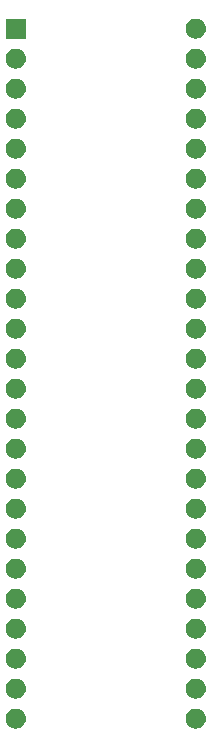
<source format=gbr>
G04 #@! TF.GenerationSoftware,KiCad,Pcbnew,(5.0.1-3-g963ef8bb5)*
G04 #@! TF.CreationDate,2022-07-03T20:38:46+09:00*
G04 #@! TF.ProjectId,LQFP48-Breakout,4C51465034382D427265616B6F75742E,rev?*
G04 #@! TF.SameCoordinates,Original*
G04 #@! TF.FileFunction,Soldermask,Bot*
G04 #@! TF.FilePolarity,Negative*
%FSLAX46Y46*%
G04 Gerber Fmt 4.6, Leading zero omitted, Abs format (unit mm)*
G04 Created by KiCad (PCBNEW (5.0.1-3-g963ef8bb5)) date Sunday, 03 July 2022 at 20:38:46*
%MOMM*%
%LPD*%
G01*
G04 APERTURE LIST*
%ADD10C,0.100000*%
G04 APERTURE END LIST*
D10*
G36*
X116879821Y-121081313D02*
X116879824Y-121081314D01*
X116879825Y-121081314D01*
X117040239Y-121129975D01*
X117040241Y-121129976D01*
X117040244Y-121129977D01*
X117188078Y-121208995D01*
X117317659Y-121315341D01*
X117424005Y-121444922D01*
X117503023Y-121592756D01*
X117551687Y-121753179D01*
X117568117Y-121920000D01*
X117551687Y-122086821D01*
X117503023Y-122247244D01*
X117424005Y-122395078D01*
X117317659Y-122524659D01*
X117188078Y-122631005D01*
X117040244Y-122710023D01*
X117040241Y-122710024D01*
X117040239Y-122710025D01*
X116879825Y-122758686D01*
X116879824Y-122758686D01*
X116879821Y-122758687D01*
X116754804Y-122771000D01*
X116671196Y-122771000D01*
X116546179Y-122758687D01*
X116546176Y-122758686D01*
X116546175Y-122758686D01*
X116385761Y-122710025D01*
X116385759Y-122710024D01*
X116385756Y-122710023D01*
X116237922Y-122631005D01*
X116108341Y-122524659D01*
X116001995Y-122395078D01*
X115922977Y-122247244D01*
X115874313Y-122086821D01*
X115857883Y-121920000D01*
X115874313Y-121753179D01*
X115922977Y-121592756D01*
X116001995Y-121444922D01*
X116108341Y-121315341D01*
X116237922Y-121208995D01*
X116385756Y-121129977D01*
X116385759Y-121129976D01*
X116385761Y-121129975D01*
X116546175Y-121081314D01*
X116546176Y-121081314D01*
X116546179Y-121081313D01*
X116671196Y-121069000D01*
X116754804Y-121069000D01*
X116879821Y-121081313D01*
X116879821Y-121081313D01*
G37*
G36*
X101639821Y-121081313D02*
X101639824Y-121081314D01*
X101639825Y-121081314D01*
X101800239Y-121129975D01*
X101800241Y-121129976D01*
X101800244Y-121129977D01*
X101948078Y-121208995D01*
X102077659Y-121315341D01*
X102184005Y-121444922D01*
X102263023Y-121592756D01*
X102311687Y-121753179D01*
X102328117Y-121920000D01*
X102311687Y-122086821D01*
X102263023Y-122247244D01*
X102184005Y-122395078D01*
X102077659Y-122524659D01*
X101948078Y-122631005D01*
X101800244Y-122710023D01*
X101800241Y-122710024D01*
X101800239Y-122710025D01*
X101639825Y-122758686D01*
X101639824Y-122758686D01*
X101639821Y-122758687D01*
X101514804Y-122771000D01*
X101431196Y-122771000D01*
X101306179Y-122758687D01*
X101306176Y-122758686D01*
X101306175Y-122758686D01*
X101145761Y-122710025D01*
X101145759Y-122710024D01*
X101145756Y-122710023D01*
X100997922Y-122631005D01*
X100868341Y-122524659D01*
X100761995Y-122395078D01*
X100682977Y-122247244D01*
X100634313Y-122086821D01*
X100617883Y-121920000D01*
X100634313Y-121753179D01*
X100682977Y-121592756D01*
X100761995Y-121444922D01*
X100868341Y-121315341D01*
X100997922Y-121208995D01*
X101145756Y-121129977D01*
X101145759Y-121129976D01*
X101145761Y-121129975D01*
X101306175Y-121081314D01*
X101306176Y-121081314D01*
X101306179Y-121081313D01*
X101431196Y-121069000D01*
X101514804Y-121069000D01*
X101639821Y-121081313D01*
X101639821Y-121081313D01*
G37*
G36*
X101639821Y-118541313D02*
X101639824Y-118541314D01*
X101639825Y-118541314D01*
X101800239Y-118589975D01*
X101800241Y-118589976D01*
X101800244Y-118589977D01*
X101948078Y-118668995D01*
X102077659Y-118775341D01*
X102184005Y-118904922D01*
X102263023Y-119052756D01*
X102311687Y-119213179D01*
X102328117Y-119380000D01*
X102311687Y-119546821D01*
X102263023Y-119707244D01*
X102184005Y-119855078D01*
X102077659Y-119984659D01*
X101948078Y-120091005D01*
X101800244Y-120170023D01*
X101800241Y-120170024D01*
X101800239Y-120170025D01*
X101639825Y-120218686D01*
X101639824Y-120218686D01*
X101639821Y-120218687D01*
X101514804Y-120231000D01*
X101431196Y-120231000D01*
X101306179Y-120218687D01*
X101306176Y-120218686D01*
X101306175Y-120218686D01*
X101145761Y-120170025D01*
X101145759Y-120170024D01*
X101145756Y-120170023D01*
X100997922Y-120091005D01*
X100868341Y-119984659D01*
X100761995Y-119855078D01*
X100682977Y-119707244D01*
X100634313Y-119546821D01*
X100617883Y-119380000D01*
X100634313Y-119213179D01*
X100682977Y-119052756D01*
X100761995Y-118904922D01*
X100868341Y-118775341D01*
X100997922Y-118668995D01*
X101145756Y-118589977D01*
X101145759Y-118589976D01*
X101145761Y-118589975D01*
X101306175Y-118541314D01*
X101306176Y-118541314D01*
X101306179Y-118541313D01*
X101431196Y-118529000D01*
X101514804Y-118529000D01*
X101639821Y-118541313D01*
X101639821Y-118541313D01*
G37*
G36*
X116879821Y-118541313D02*
X116879824Y-118541314D01*
X116879825Y-118541314D01*
X117040239Y-118589975D01*
X117040241Y-118589976D01*
X117040244Y-118589977D01*
X117188078Y-118668995D01*
X117317659Y-118775341D01*
X117424005Y-118904922D01*
X117503023Y-119052756D01*
X117551687Y-119213179D01*
X117568117Y-119380000D01*
X117551687Y-119546821D01*
X117503023Y-119707244D01*
X117424005Y-119855078D01*
X117317659Y-119984659D01*
X117188078Y-120091005D01*
X117040244Y-120170023D01*
X117040241Y-120170024D01*
X117040239Y-120170025D01*
X116879825Y-120218686D01*
X116879824Y-120218686D01*
X116879821Y-120218687D01*
X116754804Y-120231000D01*
X116671196Y-120231000D01*
X116546179Y-120218687D01*
X116546176Y-120218686D01*
X116546175Y-120218686D01*
X116385761Y-120170025D01*
X116385759Y-120170024D01*
X116385756Y-120170023D01*
X116237922Y-120091005D01*
X116108341Y-119984659D01*
X116001995Y-119855078D01*
X115922977Y-119707244D01*
X115874313Y-119546821D01*
X115857883Y-119380000D01*
X115874313Y-119213179D01*
X115922977Y-119052756D01*
X116001995Y-118904922D01*
X116108341Y-118775341D01*
X116237922Y-118668995D01*
X116385756Y-118589977D01*
X116385759Y-118589976D01*
X116385761Y-118589975D01*
X116546175Y-118541314D01*
X116546176Y-118541314D01*
X116546179Y-118541313D01*
X116671196Y-118529000D01*
X116754804Y-118529000D01*
X116879821Y-118541313D01*
X116879821Y-118541313D01*
G37*
G36*
X116879821Y-116001313D02*
X116879824Y-116001314D01*
X116879825Y-116001314D01*
X117040239Y-116049975D01*
X117040241Y-116049976D01*
X117040244Y-116049977D01*
X117188078Y-116128995D01*
X117317659Y-116235341D01*
X117424005Y-116364922D01*
X117503023Y-116512756D01*
X117551687Y-116673179D01*
X117568117Y-116840000D01*
X117551687Y-117006821D01*
X117503023Y-117167244D01*
X117424005Y-117315078D01*
X117317659Y-117444659D01*
X117188078Y-117551005D01*
X117040244Y-117630023D01*
X117040241Y-117630024D01*
X117040239Y-117630025D01*
X116879825Y-117678686D01*
X116879824Y-117678686D01*
X116879821Y-117678687D01*
X116754804Y-117691000D01*
X116671196Y-117691000D01*
X116546179Y-117678687D01*
X116546176Y-117678686D01*
X116546175Y-117678686D01*
X116385761Y-117630025D01*
X116385759Y-117630024D01*
X116385756Y-117630023D01*
X116237922Y-117551005D01*
X116108341Y-117444659D01*
X116001995Y-117315078D01*
X115922977Y-117167244D01*
X115874313Y-117006821D01*
X115857883Y-116840000D01*
X115874313Y-116673179D01*
X115922977Y-116512756D01*
X116001995Y-116364922D01*
X116108341Y-116235341D01*
X116237922Y-116128995D01*
X116385756Y-116049977D01*
X116385759Y-116049976D01*
X116385761Y-116049975D01*
X116546175Y-116001314D01*
X116546176Y-116001314D01*
X116546179Y-116001313D01*
X116671196Y-115989000D01*
X116754804Y-115989000D01*
X116879821Y-116001313D01*
X116879821Y-116001313D01*
G37*
G36*
X101639821Y-116001313D02*
X101639824Y-116001314D01*
X101639825Y-116001314D01*
X101800239Y-116049975D01*
X101800241Y-116049976D01*
X101800244Y-116049977D01*
X101948078Y-116128995D01*
X102077659Y-116235341D01*
X102184005Y-116364922D01*
X102263023Y-116512756D01*
X102311687Y-116673179D01*
X102328117Y-116840000D01*
X102311687Y-117006821D01*
X102263023Y-117167244D01*
X102184005Y-117315078D01*
X102077659Y-117444659D01*
X101948078Y-117551005D01*
X101800244Y-117630023D01*
X101800241Y-117630024D01*
X101800239Y-117630025D01*
X101639825Y-117678686D01*
X101639824Y-117678686D01*
X101639821Y-117678687D01*
X101514804Y-117691000D01*
X101431196Y-117691000D01*
X101306179Y-117678687D01*
X101306176Y-117678686D01*
X101306175Y-117678686D01*
X101145761Y-117630025D01*
X101145759Y-117630024D01*
X101145756Y-117630023D01*
X100997922Y-117551005D01*
X100868341Y-117444659D01*
X100761995Y-117315078D01*
X100682977Y-117167244D01*
X100634313Y-117006821D01*
X100617883Y-116840000D01*
X100634313Y-116673179D01*
X100682977Y-116512756D01*
X100761995Y-116364922D01*
X100868341Y-116235341D01*
X100997922Y-116128995D01*
X101145756Y-116049977D01*
X101145759Y-116049976D01*
X101145761Y-116049975D01*
X101306175Y-116001314D01*
X101306176Y-116001314D01*
X101306179Y-116001313D01*
X101431196Y-115989000D01*
X101514804Y-115989000D01*
X101639821Y-116001313D01*
X101639821Y-116001313D01*
G37*
G36*
X101639821Y-113461313D02*
X101639824Y-113461314D01*
X101639825Y-113461314D01*
X101800239Y-113509975D01*
X101800241Y-113509976D01*
X101800244Y-113509977D01*
X101948078Y-113588995D01*
X102077659Y-113695341D01*
X102184005Y-113824922D01*
X102263023Y-113972756D01*
X102311687Y-114133179D01*
X102328117Y-114300000D01*
X102311687Y-114466821D01*
X102263023Y-114627244D01*
X102184005Y-114775078D01*
X102077659Y-114904659D01*
X101948078Y-115011005D01*
X101800244Y-115090023D01*
X101800241Y-115090024D01*
X101800239Y-115090025D01*
X101639825Y-115138686D01*
X101639824Y-115138686D01*
X101639821Y-115138687D01*
X101514804Y-115151000D01*
X101431196Y-115151000D01*
X101306179Y-115138687D01*
X101306176Y-115138686D01*
X101306175Y-115138686D01*
X101145761Y-115090025D01*
X101145759Y-115090024D01*
X101145756Y-115090023D01*
X100997922Y-115011005D01*
X100868341Y-114904659D01*
X100761995Y-114775078D01*
X100682977Y-114627244D01*
X100634313Y-114466821D01*
X100617883Y-114300000D01*
X100634313Y-114133179D01*
X100682977Y-113972756D01*
X100761995Y-113824922D01*
X100868341Y-113695341D01*
X100997922Y-113588995D01*
X101145756Y-113509977D01*
X101145759Y-113509976D01*
X101145761Y-113509975D01*
X101306175Y-113461314D01*
X101306176Y-113461314D01*
X101306179Y-113461313D01*
X101431196Y-113449000D01*
X101514804Y-113449000D01*
X101639821Y-113461313D01*
X101639821Y-113461313D01*
G37*
G36*
X116879821Y-113461313D02*
X116879824Y-113461314D01*
X116879825Y-113461314D01*
X117040239Y-113509975D01*
X117040241Y-113509976D01*
X117040244Y-113509977D01*
X117188078Y-113588995D01*
X117317659Y-113695341D01*
X117424005Y-113824922D01*
X117503023Y-113972756D01*
X117551687Y-114133179D01*
X117568117Y-114300000D01*
X117551687Y-114466821D01*
X117503023Y-114627244D01*
X117424005Y-114775078D01*
X117317659Y-114904659D01*
X117188078Y-115011005D01*
X117040244Y-115090023D01*
X117040241Y-115090024D01*
X117040239Y-115090025D01*
X116879825Y-115138686D01*
X116879824Y-115138686D01*
X116879821Y-115138687D01*
X116754804Y-115151000D01*
X116671196Y-115151000D01*
X116546179Y-115138687D01*
X116546176Y-115138686D01*
X116546175Y-115138686D01*
X116385761Y-115090025D01*
X116385759Y-115090024D01*
X116385756Y-115090023D01*
X116237922Y-115011005D01*
X116108341Y-114904659D01*
X116001995Y-114775078D01*
X115922977Y-114627244D01*
X115874313Y-114466821D01*
X115857883Y-114300000D01*
X115874313Y-114133179D01*
X115922977Y-113972756D01*
X116001995Y-113824922D01*
X116108341Y-113695341D01*
X116237922Y-113588995D01*
X116385756Y-113509977D01*
X116385759Y-113509976D01*
X116385761Y-113509975D01*
X116546175Y-113461314D01*
X116546176Y-113461314D01*
X116546179Y-113461313D01*
X116671196Y-113449000D01*
X116754804Y-113449000D01*
X116879821Y-113461313D01*
X116879821Y-113461313D01*
G37*
G36*
X101639821Y-110921313D02*
X101639824Y-110921314D01*
X101639825Y-110921314D01*
X101800239Y-110969975D01*
X101800241Y-110969976D01*
X101800244Y-110969977D01*
X101948078Y-111048995D01*
X102077659Y-111155341D01*
X102184005Y-111284922D01*
X102263023Y-111432756D01*
X102311687Y-111593179D01*
X102328117Y-111760000D01*
X102311687Y-111926821D01*
X102263023Y-112087244D01*
X102184005Y-112235078D01*
X102077659Y-112364659D01*
X101948078Y-112471005D01*
X101800244Y-112550023D01*
X101800241Y-112550024D01*
X101800239Y-112550025D01*
X101639825Y-112598686D01*
X101639824Y-112598686D01*
X101639821Y-112598687D01*
X101514804Y-112611000D01*
X101431196Y-112611000D01*
X101306179Y-112598687D01*
X101306176Y-112598686D01*
X101306175Y-112598686D01*
X101145761Y-112550025D01*
X101145759Y-112550024D01*
X101145756Y-112550023D01*
X100997922Y-112471005D01*
X100868341Y-112364659D01*
X100761995Y-112235078D01*
X100682977Y-112087244D01*
X100634313Y-111926821D01*
X100617883Y-111760000D01*
X100634313Y-111593179D01*
X100682977Y-111432756D01*
X100761995Y-111284922D01*
X100868341Y-111155341D01*
X100997922Y-111048995D01*
X101145756Y-110969977D01*
X101145759Y-110969976D01*
X101145761Y-110969975D01*
X101306175Y-110921314D01*
X101306176Y-110921314D01*
X101306179Y-110921313D01*
X101431196Y-110909000D01*
X101514804Y-110909000D01*
X101639821Y-110921313D01*
X101639821Y-110921313D01*
G37*
G36*
X116879821Y-110921313D02*
X116879824Y-110921314D01*
X116879825Y-110921314D01*
X117040239Y-110969975D01*
X117040241Y-110969976D01*
X117040244Y-110969977D01*
X117188078Y-111048995D01*
X117317659Y-111155341D01*
X117424005Y-111284922D01*
X117503023Y-111432756D01*
X117551687Y-111593179D01*
X117568117Y-111760000D01*
X117551687Y-111926821D01*
X117503023Y-112087244D01*
X117424005Y-112235078D01*
X117317659Y-112364659D01*
X117188078Y-112471005D01*
X117040244Y-112550023D01*
X117040241Y-112550024D01*
X117040239Y-112550025D01*
X116879825Y-112598686D01*
X116879824Y-112598686D01*
X116879821Y-112598687D01*
X116754804Y-112611000D01*
X116671196Y-112611000D01*
X116546179Y-112598687D01*
X116546176Y-112598686D01*
X116546175Y-112598686D01*
X116385761Y-112550025D01*
X116385759Y-112550024D01*
X116385756Y-112550023D01*
X116237922Y-112471005D01*
X116108341Y-112364659D01*
X116001995Y-112235078D01*
X115922977Y-112087244D01*
X115874313Y-111926821D01*
X115857883Y-111760000D01*
X115874313Y-111593179D01*
X115922977Y-111432756D01*
X116001995Y-111284922D01*
X116108341Y-111155341D01*
X116237922Y-111048995D01*
X116385756Y-110969977D01*
X116385759Y-110969976D01*
X116385761Y-110969975D01*
X116546175Y-110921314D01*
X116546176Y-110921314D01*
X116546179Y-110921313D01*
X116671196Y-110909000D01*
X116754804Y-110909000D01*
X116879821Y-110921313D01*
X116879821Y-110921313D01*
G37*
G36*
X116879821Y-108381313D02*
X116879824Y-108381314D01*
X116879825Y-108381314D01*
X117040239Y-108429975D01*
X117040241Y-108429976D01*
X117040244Y-108429977D01*
X117188078Y-108508995D01*
X117317659Y-108615341D01*
X117424005Y-108744922D01*
X117503023Y-108892756D01*
X117551687Y-109053179D01*
X117568117Y-109220000D01*
X117551687Y-109386821D01*
X117503023Y-109547244D01*
X117424005Y-109695078D01*
X117317659Y-109824659D01*
X117188078Y-109931005D01*
X117040244Y-110010023D01*
X117040241Y-110010024D01*
X117040239Y-110010025D01*
X116879825Y-110058686D01*
X116879824Y-110058686D01*
X116879821Y-110058687D01*
X116754804Y-110071000D01*
X116671196Y-110071000D01*
X116546179Y-110058687D01*
X116546176Y-110058686D01*
X116546175Y-110058686D01*
X116385761Y-110010025D01*
X116385759Y-110010024D01*
X116385756Y-110010023D01*
X116237922Y-109931005D01*
X116108341Y-109824659D01*
X116001995Y-109695078D01*
X115922977Y-109547244D01*
X115874313Y-109386821D01*
X115857883Y-109220000D01*
X115874313Y-109053179D01*
X115922977Y-108892756D01*
X116001995Y-108744922D01*
X116108341Y-108615341D01*
X116237922Y-108508995D01*
X116385756Y-108429977D01*
X116385759Y-108429976D01*
X116385761Y-108429975D01*
X116546175Y-108381314D01*
X116546176Y-108381314D01*
X116546179Y-108381313D01*
X116671196Y-108369000D01*
X116754804Y-108369000D01*
X116879821Y-108381313D01*
X116879821Y-108381313D01*
G37*
G36*
X101639821Y-108381313D02*
X101639824Y-108381314D01*
X101639825Y-108381314D01*
X101800239Y-108429975D01*
X101800241Y-108429976D01*
X101800244Y-108429977D01*
X101948078Y-108508995D01*
X102077659Y-108615341D01*
X102184005Y-108744922D01*
X102263023Y-108892756D01*
X102311687Y-109053179D01*
X102328117Y-109220000D01*
X102311687Y-109386821D01*
X102263023Y-109547244D01*
X102184005Y-109695078D01*
X102077659Y-109824659D01*
X101948078Y-109931005D01*
X101800244Y-110010023D01*
X101800241Y-110010024D01*
X101800239Y-110010025D01*
X101639825Y-110058686D01*
X101639824Y-110058686D01*
X101639821Y-110058687D01*
X101514804Y-110071000D01*
X101431196Y-110071000D01*
X101306179Y-110058687D01*
X101306176Y-110058686D01*
X101306175Y-110058686D01*
X101145761Y-110010025D01*
X101145759Y-110010024D01*
X101145756Y-110010023D01*
X100997922Y-109931005D01*
X100868341Y-109824659D01*
X100761995Y-109695078D01*
X100682977Y-109547244D01*
X100634313Y-109386821D01*
X100617883Y-109220000D01*
X100634313Y-109053179D01*
X100682977Y-108892756D01*
X100761995Y-108744922D01*
X100868341Y-108615341D01*
X100997922Y-108508995D01*
X101145756Y-108429977D01*
X101145759Y-108429976D01*
X101145761Y-108429975D01*
X101306175Y-108381314D01*
X101306176Y-108381314D01*
X101306179Y-108381313D01*
X101431196Y-108369000D01*
X101514804Y-108369000D01*
X101639821Y-108381313D01*
X101639821Y-108381313D01*
G37*
G36*
X116879821Y-105841313D02*
X116879824Y-105841314D01*
X116879825Y-105841314D01*
X117040239Y-105889975D01*
X117040241Y-105889976D01*
X117040244Y-105889977D01*
X117188078Y-105968995D01*
X117317659Y-106075341D01*
X117424005Y-106204922D01*
X117503023Y-106352756D01*
X117551687Y-106513179D01*
X117568117Y-106680000D01*
X117551687Y-106846821D01*
X117503023Y-107007244D01*
X117424005Y-107155078D01*
X117317659Y-107284659D01*
X117188078Y-107391005D01*
X117040244Y-107470023D01*
X117040241Y-107470024D01*
X117040239Y-107470025D01*
X116879825Y-107518686D01*
X116879824Y-107518686D01*
X116879821Y-107518687D01*
X116754804Y-107531000D01*
X116671196Y-107531000D01*
X116546179Y-107518687D01*
X116546176Y-107518686D01*
X116546175Y-107518686D01*
X116385761Y-107470025D01*
X116385759Y-107470024D01*
X116385756Y-107470023D01*
X116237922Y-107391005D01*
X116108341Y-107284659D01*
X116001995Y-107155078D01*
X115922977Y-107007244D01*
X115874313Y-106846821D01*
X115857883Y-106680000D01*
X115874313Y-106513179D01*
X115922977Y-106352756D01*
X116001995Y-106204922D01*
X116108341Y-106075341D01*
X116237922Y-105968995D01*
X116385756Y-105889977D01*
X116385759Y-105889976D01*
X116385761Y-105889975D01*
X116546175Y-105841314D01*
X116546176Y-105841314D01*
X116546179Y-105841313D01*
X116671196Y-105829000D01*
X116754804Y-105829000D01*
X116879821Y-105841313D01*
X116879821Y-105841313D01*
G37*
G36*
X101639821Y-105841313D02*
X101639824Y-105841314D01*
X101639825Y-105841314D01*
X101800239Y-105889975D01*
X101800241Y-105889976D01*
X101800244Y-105889977D01*
X101948078Y-105968995D01*
X102077659Y-106075341D01*
X102184005Y-106204922D01*
X102263023Y-106352756D01*
X102311687Y-106513179D01*
X102328117Y-106680000D01*
X102311687Y-106846821D01*
X102263023Y-107007244D01*
X102184005Y-107155078D01*
X102077659Y-107284659D01*
X101948078Y-107391005D01*
X101800244Y-107470023D01*
X101800241Y-107470024D01*
X101800239Y-107470025D01*
X101639825Y-107518686D01*
X101639824Y-107518686D01*
X101639821Y-107518687D01*
X101514804Y-107531000D01*
X101431196Y-107531000D01*
X101306179Y-107518687D01*
X101306176Y-107518686D01*
X101306175Y-107518686D01*
X101145761Y-107470025D01*
X101145759Y-107470024D01*
X101145756Y-107470023D01*
X100997922Y-107391005D01*
X100868341Y-107284659D01*
X100761995Y-107155078D01*
X100682977Y-107007244D01*
X100634313Y-106846821D01*
X100617883Y-106680000D01*
X100634313Y-106513179D01*
X100682977Y-106352756D01*
X100761995Y-106204922D01*
X100868341Y-106075341D01*
X100997922Y-105968995D01*
X101145756Y-105889977D01*
X101145759Y-105889976D01*
X101145761Y-105889975D01*
X101306175Y-105841314D01*
X101306176Y-105841314D01*
X101306179Y-105841313D01*
X101431196Y-105829000D01*
X101514804Y-105829000D01*
X101639821Y-105841313D01*
X101639821Y-105841313D01*
G37*
G36*
X101639821Y-103301313D02*
X101639824Y-103301314D01*
X101639825Y-103301314D01*
X101800239Y-103349975D01*
X101800241Y-103349976D01*
X101800244Y-103349977D01*
X101948078Y-103428995D01*
X102077659Y-103535341D01*
X102184005Y-103664922D01*
X102263023Y-103812756D01*
X102311687Y-103973179D01*
X102328117Y-104140000D01*
X102311687Y-104306821D01*
X102263023Y-104467244D01*
X102184005Y-104615078D01*
X102077659Y-104744659D01*
X101948078Y-104851005D01*
X101800244Y-104930023D01*
X101800241Y-104930024D01*
X101800239Y-104930025D01*
X101639825Y-104978686D01*
X101639824Y-104978686D01*
X101639821Y-104978687D01*
X101514804Y-104991000D01*
X101431196Y-104991000D01*
X101306179Y-104978687D01*
X101306176Y-104978686D01*
X101306175Y-104978686D01*
X101145761Y-104930025D01*
X101145759Y-104930024D01*
X101145756Y-104930023D01*
X100997922Y-104851005D01*
X100868341Y-104744659D01*
X100761995Y-104615078D01*
X100682977Y-104467244D01*
X100634313Y-104306821D01*
X100617883Y-104140000D01*
X100634313Y-103973179D01*
X100682977Y-103812756D01*
X100761995Y-103664922D01*
X100868341Y-103535341D01*
X100997922Y-103428995D01*
X101145756Y-103349977D01*
X101145759Y-103349976D01*
X101145761Y-103349975D01*
X101306175Y-103301314D01*
X101306176Y-103301314D01*
X101306179Y-103301313D01*
X101431196Y-103289000D01*
X101514804Y-103289000D01*
X101639821Y-103301313D01*
X101639821Y-103301313D01*
G37*
G36*
X116879821Y-103301313D02*
X116879824Y-103301314D01*
X116879825Y-103301314D01*
X117040239Y-103349975D01*
X117040241Y-103349976D01*
X117040244Y-103349977D01*
X117188078Y-103428995D01*
X117317659Y-103535341D01*
X117424005Y-103664922D01*
X117503023Y-103812756D01*
X117551687Y-103973179D01*
X117568117Y-104140000D01*
X117551687Y-104306821D01*
X117503023Y-104467244D01*
X117424005Y-104615078D01*
X117317659Y-104744659D01*
X117188078Y-104851005D01*
X117040244Y-104930023D01*
X117040241Y-104930024D01*
X117040239Y-104930025D01*
X116879825Y-104978686D01*
X116879824Y-104978686D01*
X116879821Y-104978687D01*
X116754804Y-104991000D01*
X116671196Y-104991000D01*
X116546179Y-104978687D01*
X116546176Y-104978686D01*
X116546175Y-104978686D01*
X116385761Y-104930025D01*
X116385759Y-104930024D01*
X116385756Y-104930023D01*
X116237922Y-104851005D01*
X116108341Y-104744659D01*
X116001995Y-104615078D01*
X115922977Y-104467244D01*
X115874313Y-104306821D01*
X115857883Y-104140000D01*
X115874313Y-103973179D01*
X115922977Y-103812756D01*
X116001995Y-103664922D01*
X116108341Y-103535341D01*
X116237922Y-103428995D01*
X116385756Y-103349977D01*
X116385759Y-103349976D01*
X116385761Y-103349975D01*
X116546175Y-103301314D01*
X116546176Y-103301314D01*
X116546179Y-103301313D01*
X116671196Y-103289000D01*
X116754804Y-103289000D01*
X116879821Y-103301313D01*
X116879821Y-103301313D01*
G37*
G36*
X101639821Y-100761313D02*
X101639824Y-100761314D01*
X101639825Y-100761314D01*
X101800239Y-100809975D01*
X101800241Y-100809976D01*
X101800244Y-100809977D01*
X101948078Y-100888995D01*
X102077659Y-100995341D01*
X102184005Y-101124922D01*
X102263023Y-101272756D01*
X102311687Y-101433179D01*
X102328117Y-101600000D01*
X102311687Y-101766821D01*
X102263023Y-101927244D01*
X102184005Y-102075078D01*
X102077659Y-102204659D01*
X101948078Y-102311005D01*
X101800244Y-102390023D01*
X101800241Y-102390024D01*
X101800239Y-102390025D01*
X101639825Y-102438686D01*
X101639824Y-102438686D01*
X101639821Y-102438687D01*
X101514804Y-102451000D01*
X101431196Y-102451000D01*
X101306179Y-102438687D01*
X101306176Y-102438686D01*
X101306175Y-102438686D01*
X101145761Y-102390025D01*
X101145759Y-102390024D01*
X101145756Y-102390023D01*
X100997922Y-102311005D01*
X100868341Y-102204659D01*
X100761995Y-102075078D01*
X100682977Y-101927244D01*
X100634313Y-101766821D01*
X100617883Y-101600000D01*
X100634313Y-101433179D01*
X100682977Y-101272756D01*
X100761995Y-101124922D01*
X100868341Y-100995341D01*
X100997922Y-100888995D01*
X101145756Y-100809977D01*
X101145759Y-100809976D01*
X101145761Y-100809975D01*
X101306175Y-100761314D01*
X101306176Y-100761314D01*
X101306179Y-100761313D01*
X101431196Y-100749000D01*
X101514804Y-100749000D01*
X101639821Y-100761313D01*
X101639821Y-100761313D01*
G37*
G36*
X116879821Y-100761313D02*
X116879824Y-100761314D01*
X116879825Y-100761314D01*
X117040239Y-100809975D01*
X117040241Y-100809976D01*
X117040244Y-100809977D01*
X117188078Y-100888995D01*
X117317659Y-100995341D01*
X117424005Y-101124922D01*
X117503023Y-101272756D01*
X117551687Y-101433179D01*
X117568117Y-101600000D01*
X117551687Y-101766821D01*
X117503023Y-101927244D01*
X117424005Y-102075078D01*
X117317659Y-102204659D01*
X117188078Y-102311005D01*
X117040244Y-102390023D01*
X117040241Y-102390024D01*
X117040239Y-102390025D01*
X116879825Y-102438686D01*
X116879824Y-102438686D01*
X116879821Y-102438687D01*
X116754804Y-102451000D01*
X116671196Y-102451000D01*
X116546179Y-102438687D01*
X116546176Y-102438686D01*
X116546175Y-102438686D01*
X116385761Y-102390025D01*
X116385759Y-102390024D01*
X116385756Y-102390023D01*
X116237922Y-102311005D01*
X116108341Y-102204659D01*
X116001995Y-102075078D01*
X115922977Y-101927244D01*
X115874313Y-101766821D01*
X115857883Y-101600000D01*
X115874313Y-101433179D01*
X115922977Y-101272756D01*
X116001995Y-101124922D01*
X116108341Y-100995341D01*
X116237922Y-100888995D01*
X116385756Y-100809977D01*
X116385759Y-100809976D01*
X116385761Y-100809975D01*
X116546175Y-100761314D01*
X116546176Y-100761314D01*
X116546179Y-100761313D01*
X116671196Y-100749000D01*
X116754804Y-100749000D01*
X116879821Y-100761313D01*
X116879821Y-100761313D01*
G37*
G36*
X116879821Y-98221313D02*
X116879824Y-98221314D01*
X116879825Y-98221314D01*
X117040239Y-98269975D01*
X117040241Y-98269976D01*
X117040244Y-98269977D01*
X117188078Y-98348995D01*
X117317659Y-98455341D01*
X117424005Y-98584922D01*
X117503023Y-98732756D01*
X117551687Y-98893179D01*
X117568117Y-99060000D01*
X117551687Y-99226821D01*
X117503023Y-99387244D01*
X117424005Y-99535078D01*
X117317659Y-99664659D01*
X117188078Y-99771005D01*
X117040244Y-99850023D01*
X117040241Y-99850024D01*
X117040239Y-99850025D01*
X116879825Y-99898686D01*
X116879824Y-99898686D01*
X116879821Y-99898687D01*
X116754804Y-99911000D01*
X116671196Y-99911000D01*
X116546179Y-99898687D01*
X116546176Y-99898686D01*
X116546175Y-99898686D01*
X116385761Y-99850025D01*
X116385759Y-99850024D01*
X116385756Y-99850023D01*
X116237922Y-99771005D01*
X116108341Y-99664659D01*
X116001995Y-99535078D01*
X115922977Y-99387244D01*
X115874313Y-99226821D01*
X115857883Y-99060000D01*
X115874313Y-98893179D01*
X115922977Y-98732756D01*
X116001995Y-98584922D01*
X116108341Y-98455341D01*
X116237922Y-98348995D01*
X116385756Y-98269977D01*
X116385759Y-98269976D01*
X116385761Y-98269975D01*
X116546175Y-98221314D01*
X116546176Y-98221314D01*
X116546179Y-98221313D01*
X116671196Y-98209000D01*
X116754804Y-98209000D01*
X116879821Y-98221313D01*
X116879821Y-98221313D01*
G37*
G36*
X101639821Y-98221313D02*
X101639824Y-98221314D01*
X101639825Y-98221314D01*
X101800239Y-98269975D01*
X101800241Y-98269976D01*
X101800244Y-98269977D01*
X101948078Y-98348995D01*
X102077659Y-98455341D01*
X102184005Y-98584922D01*
X102263023Y-98732756D01*
X102311687Y-98893179D01*
X102328117Y-99060000D01*
X102311687Y-99226821D01*
X102263023Y-99387244D01*
X102184005Y-99535078D01*
X102077659Y-99664659D01*
X101948078Y-99771005D01*
X101800244Y-99850023D01*
X101800241Y-99850024D01*
X101800239Y-99850025D01*
X101639825Y-99898686D01*
X101639824Y-99898686D01*
X101639821Y-99898687D01*
X101514804Y-99911000D01*
X101431196Y-99911000D01*
X101306179Y-99898687D01*
X101306176Y-99898686D01*
X101306175Y-99898686D01*
X101145761Y-99850025D01*
X101145759Y-99850024D01*
X101145756Y-99850023D01*
X100997922Y-99771005D01*
X100868341Y-99664659D01*
X100761995Y-99535078D01*
X100682977Y-99387244D01*
X100634313Y-99226821D01*
X100617883Y-99060000D01*
X100634313Y-98893179D01*
X100682977Y-98732756D01*
X100761995Y-98584922D01*
X100868341Y-98455341D01*
X100997922Y-98348995D01*
X101145756Y-98269977D01*
X101145759Y-98269976D01*
X101145761Y-98269975D01*
X101306175Y-98221314D01*
X101306176Y-98221314D01*
X101306179Y-98221313D01*
X101431196Y-98209000D01*
X101514804Y-98209000D01*
X101639821Y-98221313D01*
X101639821Y-98221313D01*
G37*
G36*
X116879821Y-95681313D02*
X116879824Y-95681314D01*
X116879825Y-95681314D01*
X117040239Y-95729975D01*
X117040241Y-95729976D01*
X117040244Y-95729977D01*
X117188078Y-95808995D01*
X117317659Y-95915341D01*
X117424005Y-96044922D01*
X117503023Y-96192756D01*
X117551687Y-96353179D01*
X117568117Y-96520000D01*
X117551687Y-96686821D01*
X117503023Y-96847244D01*
X117424005Y-96995078D01*
X117317659Y-97124659D01*
X117188078Y-97231005D01*
X117040244Y-97310023D01*
X117040241Y-97310024D01*
X117040239Y-97310025D01*
X116879825Y-97358686D01*
X116879824Y-97358686D01*
X116879821Y-97358687D01*
X116754804Y-97371000D01*
X116671196Y-97371000D01*
X116546179Y-97358687D01*
X116546176Y-97358686D01*
X116546175Y-97358686D01*
X116385761Y-97310025D01*
X116385759Y-97310024D01*
X116385756Y-97310023D01*
X116237922Y-97231005D01*
X116108341Y-97124659D01*
X116001995Y-96995078D01*
X115922977Y-96847244D01*
X115874313Y-96686821D01*
X115857883Y-96520000D01*
X115874313Y-96353179D01*
X115922977Y-96192756D01*
X116001995Y-96044922D01*
X116108341Y-95915341D01*
X116237922Y-95808995D01*
X116385756Y-95729977D01*
X116385759Y-95729976D01*
X116385761Y-95729975D01*
X116546175Y-95681314D01*
X116546176Y-95681314D01*
X116546179Y-95681313D01*
X116671196Y-95669000D01*
X116754804Y-95669000D01*
X116879821Y-95681313D01*
X116879821Y-95681313D01*
G37*
G36*
X101639821Y-95681313D02*
X101639824Y-95681314D01*
X101639825Y-95681314D01*
X101800239Y-95729975D01*
X101800241Y-95729976D01*
X101800244Y-95729977D01*
X101948078Y-95808995D01*
X102077659Y-95915341D01*
X102184005Y-96044922D01*
X102263023Y-96192756D01*
X102311687Y-96353179D01*
X102328117Y-96520000D01*
X102311687Y-96686821D01*
X102263023Y-96847244D01*
X102184005Y-96995078D01*
X102077659Y-97124659D01*
X101948078Y-97231005D01*
X101800244Y-97310023D01*
X101800241Y-97310024D01*
X101800239Y-97310025D01*
X101639825Y-97358686D01*
X101639824Y-97358686D01*
X101639821Y-97358687D01*
X101514804Y-97371000D01*
X101431196Y-97371000D01*
X101306179Y-97358687D01*
X101306176Y-97358686D01*
X101306175Y-97358686D01*
X101145761Y-97310025D01*
X101145759Y-97310024D01*
X101145756Y-97310023D01*
X100997922Y-97231005D01*
X100868341Y-97124659D01*
X100761995Y-96995078D01*
X100682977Y-96847244D01*
X100634313Y-96686821D01*
X100617883Y-96520000D01*
X100634313Y-96353179D01*
X100682977Y-96192756D01*
X100761995Y-96044922D01*
X100868341Y-95915341D01*
X100997922Y-95808995D01*
X101145756Y-95729977D01*
X101145759Y-95729976D01*
X101145761Y-95729975D01*
X101306175Y-95681314D01*
X101306176Y-95681314D01*
X101306179Y-95681313D01*
X101431196Y-95669000D01*
X101514804Y-95669000D01*
X101639821Y-95681313D01*
X101639821Y-95681313D01*
G37*
G36*
X101639821Y-93141313D02*
X101639824Y-93141314D01*
X101639825Y-93141314D01*
X101800239Y-93189975D01*
X101800241Y-93189976D01*
X101800244Y-93189977D01*
X101948078Y-93268995D01*
X102077659Y-93375341D01*
X102184005Y-93504922D01*
X102263023Y-93652756D01*
X102311687Y-93813179D01*
X102328117Y-93980000D01*
X102311687Y-94146821D01*
X102263023Y-94307244D01*
X102184005Y-94455078D01*
X102077659Y-94584659D01*
X101948078Y-94691005D01*
X101800244Y-94770023D01*
X101800241Y-94770024D01*
X101800239Y-94770025D01*
X101639825Y-94818686D01*
X101639824Y-94818686D01*
X101639821Y-94818687D01*
X101514804Y-94831000D01*
X101431196Y-94831000D01*
X101306179Y-94818687D01*
X101306176Y-94818686D01*
X101306175Y-94818686D01*
X101145761Y-94770025D01*
X101145759Y-94770024D01*
X101145756Y-94770023D01*
X100997922Y-94691005D01*
X100868341Y-94584659D01*
X100761995Y-94455078D01*
X100682977Y-94307244D01*
X100634313Y-94146821D01*
X100617883Y-93980000D01*
X100634313Y-93813179D01*
X100682977Y-93652756D01*
X100761995Y-93504922D01*
X100868341Y-93375341D01*
X100997922Y-93268995D01*
X101145756Y-93189977D01*
X101145759Y-93189976D01*
X101145761Y-93189975D01*
X101306175Y-93141314D01*
X101306176Y-93141314D01*
X101306179Y-93141313D01*
X101431196Y-93129000D01*
X101514804Y-93129000D01*
X101639821Y-93141313D01*
X101639821Y-93141313D01*
G37*
G36*
X116879821Y-93141313D02*
X116879824Y-93141314D01*
X116879825Y-93141314D01*
X117040239Y-93189975D01*
X117040241Y-93189976D01*
X117040244Y-93189977D01*
X117188078Y-93268995D01*
X117317659Y-93375341D01*
X117424005Y-93504922D01*
X117503023Y-93652756D01*
X117551687Y-93813179D01*
X117568117Y-93980000D01*
X117551687Y-94146821D01*
X117503023Y-94307244D01*
X117424005Y-94455078D01*
X117317659Y-94584659D01*
X117188078Y-94691005D01*
X117040244Y-94770023D01*
X117040241Y-94770024D01*
X117040239Y-94770025D01*
X116879825Y-94818686D01*
X116879824Y-94818686D01*
X116879821Y-94818687D01*
X116754804Y-94831000D01*
X116671196Y-94831000D01*
X116546179Y-94818687D01*
X116546176Y-94818686D01*
X116546175Y-94818686D01*
X116385761Y-94770025D01*
X116385759Y-94770024D01*
X116385756Y-94770023D01*
X116237922Y-94691005D01*
X116108341Y-94584659D01*
X116001995Y-94455078D01*
X115922977Y-94307244D01*
X115874313Y-94146821D01*
X115857883Y-93980000D01*
X115874313Y-93813179D01*
X115922977Y-93652756D01*
X116001995Y-93504922D01*
X116108341Y-93375341D01*
X116237922Y-93268995D01*
X116385756Y-93189977D01*
X116385759Y-93189976D01*
X116385761Y-93189975D01*
X116546175Y-93141314D01*
X116546176Y-93141314D01*
X116546179Y-93141313D01*
X116671196Y-93129000D01*
X116754804Y-93129000D01*
X116879821Y-93141313D01*
X116879821Y-93141313D01*
G37*
G36*
X116879821Y-90601313D02*
X116879824Y-90601314D01*
X116879825Y-90601314D01*
X117040239Y-90649975D01*
X117040241Y-90649976D01*
X117040244Y-90649977D01*
X117188078Y-90728995D01*
X117317659Y-90835341D01*
X117424005Y-90964922D01*
X117503023Y-91112756D01*
X117551687Y-91273179D01*
X117568117Y-91440000D01*
X117551687Y-91606821D01*
X117503023Y-91767244D01*
X117424005Y-91915078D01*
X117317659Y-92044659D01*
X117188078Y-92151005D01*
X117040244Y-92230023D01*
X117040241Y-92230024D01*
X117040239Y-92230025D01*
X116879825Y-92278686D01*
X116879824Y-92278686D01*
X116879821Y-92278687D01*
X116754804Y-92291000D01*
X116671196Y-92291000D01*
X116546179Y-92278687D01*
X116546176Y-92278686D01*
X116546175Y-92278686D01*
X116385761Y-92230025D01*
X116385759Y-92230024D01*
X116385756Y-92230023D01*
X116237922Y-92151005D01*
X116108341Y-92044659D01*
X116001995Y-91915078D01*
X115922977Y-91767244D01*
X115874313Y-91606821D01*
X115857883Y-91440000D01*
X115874313Y-91273179D01*
X115922977Y-91112756D01*
X116001995Y-90964922D01*
X116108341Y-90835341D01*
X116237922Y-90728995D01*
X116385756Y-90649977D01*
X116385759Y-90649976D01*
X116385761Y-90649975D01*
X116546175Y-90601314D01*
X116546176Y-90601314D01*
X116546179Y-90601313D01*
X116671196Y-90589000D01*
X116754804Y-90589000D01*
X116879821Y-90601313D01*
X116879821Y-90601313D01*
G37*
G36*
X101639821Y-90601313D02*
X101639824Y-90601314D01*
X101639825Y-90601314D01*
X101800239Y-90649975D01*
X101800241Y-90649976D01*
X101800244Y-90649977D01*
X101948078Y-90728995D01*
X102077659Y-90835341D01*
X102184005Y-90964922D01*
X102263023Y-91112756D01*
X102311687Y-91273179D01*
X102328117Y-91440000D01*
X102311687Y-91606821D01*
X102263023Y-91767244D01*
X102184005Y-91915078D01*
X102077659Y-92044659D01*
X101948078Y-92151005D01*
X101800244Y-92230023D01*
X101800241Y-92230024D01*
X101800239Y-92230025D01*
X101639825Y-92278686D01*
X101639824Y-92278686D01*
X101639821Y-92278687D01*
X101514804Y-92291000D01*
X101431196Y-92291000D01*
X101306179Y-92278687D01*
X101306176Y-92278686D01*
X101306175Y-92278686D01*
X101145761Y-92230025D01*
X101145759Y-92230024D01*
X101145756Y-92230023D01*
X100997922Y-92151005D01*
X100868341Y-92044659D01*
X100761995Y-91915078D01*
X100682977Y-91767244D01*
X100634313Y-91606821D01*
X100617883Y-91440000D01*
X100634313Y-91273179D01*
X100682977Y-91112756D01*
X100761995Y-90964922D01*
X100868341Y-90835341D01*
X100997922Y-90728995D01*
X101145756Y-90649977D01*
X101145759Y-90649976D01*
X101145761Y-90649975D01*
X101306175Y-90601314D01*
X101306176Y-90601314D01*
X101306179Y-90601313D01*
X101431196Y-90589000D01*
X101514804Y-90589000D01*
X101639821Y-90601313D01*
X101639821Y-90601313D01*
G37*
G36*
X101639821Y-88061313D02*
X101639824Y-88061314D01*
X101639825Y-88061314D01*
X101800239Y-88109975D01*
X101800241Y-88109976D01*
X101800244Y-88109977D01*
X101948078Y-88188995D01*
X102077659Y-88295341D01*
X102184005Y-88424922D01*
X102263023Y-88572756D01*
X102311687Y-88733179D01*
X102328117Y-88900000D01*
X102311687Y-89066821D01*
X102263023Y-89227244D01*
X102184005Y-89375078D01*
X102077659Y-89504659D01*
X101948078Y-89611005D01*
X101800244Y-89690023D01*
X101800241Y-89690024D01*
X101800239Y-89690025D01*
X101639825Y-89738686D01*
X101639824Y-89738686D01*
X101639821Y-89738687D01*
X101514804Y-89751000D01*
X101431196Y-89751000D01*
X101306179Y-89738687D01*
X101306176Y-89738686D01*
X101306175Y-89738686D01*
X101145761Y-89690025D01*
X101145759Y-89690024D01*
X101145756Y-89690023D01*
X100997922Y-89611005D01*
X100868341Y-89504659D01*
X100761995Y-89375078D01*
X100682977Y-89227244D01*
X100634313Y-89066821D01*
X100617883Y-88900000D01*
X100634313Y-88733179D01*
X100682977Y-88572756D01*
X100761995Y-88424922D01*
X100868341Y-88295341D01*
X100997922Y-88188995D01*
X101145756Y-88109977D01*
X101145759Y-88109976D01*
X101145761Y-88109975D01*
X101306175Y-88061314D01*
X101306176Y-88061314D01*
X101306179Y-88061313D01*
X101431196Y-88049000D01*
X101514804Y-88049000D01*
X101639821Y-88061313D01*
X101639821Y-88061313D01*
G37*
G36*
X116879821Y-88061313D02*
X116879824Y-88061314D01*
X116879825Y-88061314D01*
X117040239Y-88109975D01*
X117040241Y-88109976D01*
X117040244Y-88109977D01*
X117188078Y-88188995D01*
X117317659Y-88295341D01*
X117424005Y-88424922D01*
X117503023Y-88572756D01*
X117551687Y-88733179D01*
X117568117Y-88900000D01*
X117551687Y-89066821D01*
X117503023Y-89227244D01*
X117424005Y-89375078D01*
X117317659Y-89504659D01*
X117188078Y-89611005D01*
X117040244Y-89690023D01*
X117040241Y-89690024D01*
X117040239Y-89690025D01*
X116879825Y-89738686D01*
X116879824Y-89738686D01*
X116879821Y-89738687D01*
X116754804Y-89751000D01*
X116671196Y-89751000D01*
X116546179Y-89738687D01*
X116546176Y-89738686D01*
X116546175Y-89738686D01*
X116385761Y-89690025D01*
X116385759Y-89690024D01*
X116385756Y-89690023D01*
X116237922Y-89611005D01*
X116108341Y-89504659D01*
X116001995Y-89375078D01*
X115922977Y-89227244D01*
X115874313Y-89066821D01*
X115857883Y-88900000D01*
X115874313Y-88733179D01*
X115922977Y-88572756D01*
X116001995Y-88424922D01*
X116108341Y-88295341D01*
X116237922Y-88188995D01*
X116385756Y-88109977D01*
X116385759Y-88109976D01*
X116385761Y-88109975D01*
X116546175Y-88061314D01*
X116546176Y-88061314D01*
X116546179Y-88061313D01*
X116671196Y-88049000D01*
X116754804Y-88049000D01*
X116879821Y-88061313D01*
X116879821Y-88061313D01*
G37*
G36*
X116879821Y-85521313D02*
X116879824Y-85521314D01*
X116879825Y-85521314D01*
X117040239Y-85569975D01*
X117040241Y-85569976D01*
X117040244Y-85569977D01*
X117188078Y-85648995D01*
X117317659Y-85755341D01*
X117424005Y-85884922D01*
X117503023Y-86032756D01*
X117551687Y-86193179D01*
X117568117Y-86360000D01*
X117551687Y-86526821D01*
X117503023Y-86687244D01*
X117424005Y-86835078D01*
X117317659Y-86964659D01*
X117188078Y-87071005D01*
X117040244Y-87150023D01*
X117040241Y-87150024D01*
X117040239Y-87150025D01*
X116879825Y-87198686D01*
X116879824Y-87198686D01*
X116879821Y-87198687D01*
X116754804Y-87211000D01*
X116671196Y-87211000D01*
X116546179Y-87198687D01*
X116546176Y-87198686D01*
X116546175Y-87198686D01*
X116385761Y-87150025D01*
X116385759Y-87150024D01*
X116385756Y-87150023D01*
X116237922Y-87071005D01*
X116108341Y-86964659D01*
X116001995Y-86835078D01*
X115922977Y-86687244D01*
X115874313Y-86526821D01*
X115857883Y-86360000D01*
X115874313Y-86193179D01*
X115922977Y-86032756D01*
X116001995Y-85884922D01*
X116108341Y-85755341D01*
X116237922Y-85648995D01*
X116385756Y-85569977D01*
X116385759Y-85569976D01*
X116385761Y-85569975D01*
X116546175Y-85521314D01*
X116546176Y-85521314D01*
X116546179Y-85521313D01*
X116671196Y-85509000D01*
X116754804Y-85509000D01*
X116879821Y-85521313D01*
X116879821Y-85521313D01*
G37*
G36*
X101639821Y-85521313D02*
X101639824Y-85521314D01*
X101639825Y-85521314D01*
X101800239Y-85569975D01*
X101800241Y-85569976D01*
X101800244Y-85569977D01*
X101948078Y-85648995D01*
X102077659Y-85755341D01*
X102184005Y-85884922D01*
X102263023Y-86032756D01*
X102311687Y-86193179D01*
X102328117Y-86360000D01*
X102311687Y-86526821D01*
X102263023Y-86687244D01*
X102184005Y-86835078D01*
X102077659Y-86964659D01*
X101948078Y-87071005D01*
X101800244Y-87150023D01*
X101800241Y-87150024D01*
X101800239Y-87150025D01*
X101639825Y-87198686D01*
X101639824Y-87198686D01*
X101639821Y-87198687D01*
X101514804Y-87211000D01*
X101431196Y-87211000D01*
X101306179Y-87198687D01*
X101306176Y-87198686D01*
X101306175Y-87198686D01*
X101145761Y-87150025D01*
X101145759Y-87150024D01*
X101145756Y-87150023D01*
X100997922Y-87071005D01*
X100868341Y-86964659D01*
X100761995Y-86835078D01*
X100682977Y-86687244D01*
X100634313Y-86526821D01*
X100617883Y-86360000D01*
X100634313Y-86193179D01*
X100682977Y-86032756D01*
X100761995Y-85884922D01*
X100868341Y-85755341D01*
X100997922Y-85648995D01*
X101145756Y-85569977D01*
X101145759Y-85569976D01*
X101145761Y-85569975D01*
X101306175Y-85521314D01*
X101306176Y-85521314D01*
X101306179Y-85521313D01*
X101431196Y-85509000D01*
X101514804Y-85509000D01*
X101639821Y-85521313D01*
X101639821Y-85521313D01*
G37*
G36*
X116879821Y-82981313D02*
X116879824Y-82981314D01*
X116879825Y-82981314D01*
X117040239Y-83029975D01*
X117040241Y-83029976D01*
X117040244Y-83029977D01*
X117188078Y-83108995D01*
X117317659Y-83215341D01*
X117424005Y-83344922D01*
X117503023Y-83492756D01*
X117551687Y-83653179D01*
X117568117Y-83820000D01*
X117551687Y-83986821D01*
X117503023Y-84147244D01*
X117424005Y-84295078D01*
X117317659Y-84424659D01*
X117188078Y-84531005D01*
X117040244Y-84610023D01*
X117040241Y-84610024D01*
X117040239Y-84610025D01*
X116879825Y-84658686D01*
X116879824Y-84658686D01*
X116879821Y-84658687D01*
X116754804Y-84671000D01*
X116671196Y-84671000D01*
X116546179Y-84658687D01*
X116546176Y-84658686D01*
X116546175Y-84658686D01*
X116385761Y-84610025D01*
X116385759Y-84610024D01*
X116385756Y-84610023D01*
X116237922Y-84531005D01*
X116108341Y-84424659D01*
X116001995Y-84295078D01*
X115922977Y-84147244D01*
X115874313Y-83986821D01*
X115857883Y-83820000D01*
X115874313Y-83653179D01*
X115922977Y-83492756D01*
X116001995Y-83344922D01*
X116108341Y-83215341D01*
X116237922Y-83108995D01*
X116385756Y-83029977D01*
X116385759Y-83029976D01*
X116385761Y-83029975D01*
X116546175Y-82981314D01*
X116546176Y-82981314D01*
X116546179Y-82981313D01*
X116671196Y-82969000D01*
X116754804Y-82969000D01*
X116879821Y-82981313D01*
X116879821Y-82981313D01*
G37*
G36*
X101639821Y-82981313D02*
X101639824Y-82981314D01*
X101639825Y-82981314D01*
X101800239Y-83029975D01*
X101800241Y-83029976D01*
X101800244Y-83029977D01*
X101948078Y-83108995D01*
X102077659Y-83215341D01*
X102184005Y-83344922D01*
X102263023Y-83492756D01*
X102311687Y-83653179D01*
X102328117Y-83820000D01*
X102311687Y-83986821D01*
X102263023Y-84147244D01*
X102184005Y-84295078D01*
X102077659Y-84424659D01*
X101948078Y-84531005D01*
X101800244Y-84610023D01*
X101800241Y-84610024D01*
X101800239Y-84610025D01*
X101639825Y-84658686D01*
X101639824Y-84658686D01*
X101639821Y-84658687D01*
X101514804Y-84671000D01*
X101431196Y-84671000D01*
X101306179Y-84658687D01*
X101306176Y-84658686D01*
X101306175Y-84658686D01*
X101145761Y-84610025D01*
X101145759Y-84610024D01*
X101145756Y-84610023D01*
X100997922Y-84531005D01*
X100868341Y-84424659D01*
X100761995Y-84295078D01*
X100682977Y-84147244D01*
X100634313Y-83986821D01*
X100617883Y-83820000D01*
X100634313Y-83653179D01*
X100682977Y-83492756D01*
X100761995Y-83344922D01*
X100868341Y-83215341D01*
X100997922Y-83108995D01*
X101145756Y-83029977D01*
X101145759Y-83029976D01*
X101145761Y-83029975D01*
X101306175Y-82981314D01*
X101306176Y-82981314D01*
X101306179Y-82981313D01*
X101431196Y-82969000D01*
X101514804Y-82969000D01*
X101639821Y-82981313D01*
X101639821Y-82981313D01*
G37*
G36*
X116879821Y-80441313D02*
X116879824Y-80441314D01*
X116879825Y-80441314D01*
X117040239Y-80489975D01*
X117040241Y-80489976D01*
X117040244Y-80489977D01*
X117188078Y-80568995D01*
X117317659Y-80675341D01*
X117424005Y-80804922D01*
X117503023Y-80952756D01*
X117551687Y-81113179D01*
X117568117Y-81280000D01*
X117551687Y-81446821D01*
X117503023Y-81607244D01*
X117424005Y-81755078D01*
X117317659Y-81884659D01*
X117188078Y-81991005D01*
X117040244Y-82070023D01*
X117040241Y-82070024D01*
X117040239Y-82070025D01*
X116879825Y-82118686D01*
X116879824Y-82118686D01*
X116879821Y-82118687D01*
X116754804Y-82131000D01*
X116671196Y-82131000D01*
X116546179Y-82118687D01*
X116546176Y-82118686D01*
X116546175Y-82118686D01*
X116385761Y-82070025D01*
X116385759Y-82070024D01*
X116385756Y-82070023D01*
X116237922Y-81991005D01*
X116108341Y-81884659D01*
X116001995Y-81755078D01*
X115922977Y-81607244D01*
X115874313Y-81446821D01*
X115857883Y-81280000D01*
X115874313Y-81113179D01*
X115922977Y-80952756D01*
X116001995Y-80804922D01*
X116108341Y-80675341D01*
X116237922Y-80568995D01*
X116385756Y-80489977D01*
X116385759Y-80489976D01*
X116385761Y-80489975D01*
X116546175Y-80441314D01*
X116546176Y-80441314D01*
X116546179Y-80441313D01*
X116671196Y-80429000D01*
X116754804Y-80429000D01*
X116879821Y-80441313D01*
X116879821Y-80441313D01*
G37*
G36*
X101639821Y-80441313D02*
X101639824Y-80441314D01*
X101639825Y-80441314D01*
X101800239Y-80489975D01*
X101800241Y-80489976D01*
X101800244Y-80489977D01*
X101948078Y-80568995D01*
X102077659Y-80675341D01*
X102184005Y-80804922D01*
X102263023Y-80952756D01*
X102311687Y-81113179D01*
X102328117Y-81280000D01*
X102311687Y-81446821D01*
X102263023Y-81607244D01*
X102184005Y-81755078D01*
X102077659Y-81884659D01*
X101948078Y-81991005D01*
X101800244Y-82070023D01*
X101800241Y-82070024D01*
X101800239Y-82070025D01*
X101639825Y-82118686D01*
X101639824Y-82118686D01*
X101639821Y-82118687D01*
X101514804Y-82131000D01*
X101431196Y-82131000D01*
X101306179Y-82118687D01*
X101306176Y-82118686D01*
X101306175Y-82118686D01*
X101145761Y-82070025D01*
X101145759Y-82070024D01*
X101145756Y-82070023D01*
X100997922Y-81991005D01*
X100868341Y-81884659D01*
X100761995Y-81755078D01*
X100682977Y-81607244D01*
X100634313Y-81446821D01*
X100617883Y-81280000D01*
X100634313Y-81113179D01*
X100682977Y-80952756D01*
X100761995Y-80804922D01*
X100868341Y-80675341D01*
X100997922Y-80568995D01*
X101145756Y-80489977D01*
X101145759Y-80489976D01*
X101145761Y-80489975D01*
X101306175Y-80441314D01*
X101306176Y-80441314D01*
X101306179Y-80441313D01*
X101431196Y-80429000D01*
X101514804Y-80429000D01*
X101639821Y-80441313D01*
X101639821Y-80441313D01*
G37*
G36*
X101639821Y-77901313D02*
X101639824Y-77901314D01*
X101639825Y-77901314D01*
X101800239Y-77949975D01*
X101800241Y-77949976D01*
X101800244Y-77949977D01*
X101948078Y-78028995D01*
X102077659Y-78135341D01*
X102184005Y-78264922D01*
X102263023Y-78412756D01*
X102311687Y-78573179D01*
X102328117Y-78740000D01*
X102311687Y-78906821D01*
X102263023Y-79067244D01*
X102184005Y-79215078D01*
X102077659Y-79344659D01*
X101948078Y-79451005D01*
X101800244Y-79530023D01*
X101800241Y-79530024D01*
X101800239Y-79530025D01*
X101639825Y-79578686D01*
X101639824Y-79578686D01*
X101639821Y-79578687D01*
X101514804Y-79591000D01*
X101431196Y-79591000D01*
X101306179Y-79578687D01*
X101306176Y-79578686D01*
X101306175Y-79578686D01*
X101145761Y-79530025D01*
X101145759Y-79530024D01*
X101145756Y-79530023D01*
X100997922Y-79451005D01*
X100868341Y-79344659D01*
X100761995Y-79215078D01*
X100682977Y-79067244D01*
X100634313Y-78906821D01*
X100617883Y-78740000D01*
X100634313Y-78573179D01*
X100682977Y-78412756D01*
X100761995Y-78264922D01*
X100868341Y-78135341D01*
X100997922Y-78028995D01*
X101145756Y-77949977D01*
X101145759Y-77949976D01*
X101145761Y-77949975D01*
X101306175Y-77901314D01*
X101306176Y-77901314D01*
X101306179Y-77901313D01*
X101431196Y-77889000D01*
X101514804Y-77889000D01*
X101639821Y-77901313D01*
X101639821Y-77901313D01*
G37*
G36*
X116879821Y-77901313D02*
X116879824Y-77901314D01*
X116879825Y-77901314D01*
X117040239Y-77949975D01*
X117040241Y-77949976D01*
X117040244Y-77949977D01*
X117188078Y-78028995D01*
X117317659Y-78135341D01*
X117424005Y-78264922D01*
X117503023Y-78412756D01*
X117551687Y-78573179D01*
X117568117Y-78740000D01*
X117551687Y-78906821D01*
X117503023Y-79067244D01*
X117424005Y-79215078D01*
X117317659Y-79344659D01*
X117188078Y-79451005D01*
X117040244Y-79530023D01*
X117040241Y-79530024D01*
X117040239Y-79530025D01*
X116879825Y-79578686D01*
X116879824Y-79578686D01*
X116879821Y-79578687D01*
X116754804Y-79591000D01*
X116671196Y-79591000D01*
X116546179Y-79578687D01*
X116546176Y-79578686D01*
X116546175Y-79578686D01*
X116385761Y-79530025D01*
X116385759Y-79530024D01*
X116385756Y-79530023D01*
X116237922Y-79451005D01*
X116108341Y-79344659D01*
X116001995Y-79215078D01*
X115922977Y-79067244D01*
X115874313Y-78906821D01*
X115857883Y-78740000D01*
X115874313Y-78573179D01*
X115922977Y-78412756D01*
X116001995Y-78264922D01*
X116108341Y-78135341D01*
X116237922Y-78028995D01*
X116385756Y-77949977D01*
X116385759Y-77949976D01*
X116385761Y-77949975D01*
X116546175Y-77901314D01*
X116546176Y-77901314D01*
X116546179Y-77901313D01*
X116671196Y-77889000D01*
X116754804Y-77889000D01*
X116879821Y-77901313D01*
X116879821Y-77901313D01*
G37*
G36*
X101639821Y-75361313D02*
X101639824Y-75361314D01*
X101639825Y-75361314D01*
X101800239Y-75409975D01*
X101800241Y-75409976D01*
X101800244Y-75409977D01*
X101948078Y-75488995D01*
X102077659Y-75595341D01*
X102184005Y-75724922D01*
X102263023Y-75872756D01*
X102311687Y-76033179D01*
X102328117Y-76200000D01*
X102311687Y-76366821D01*
X102263023Y-76527244D01*
X102184005Y-76675078D01*
X102077659Y-76804659D01*
X101948078Y-76911005D01*
X101800244Y-76990023D01*
X101800241Y-76990024D01*
X101800239Y-76990025D01*
X101639825Y-77038686D01*
X101639824Y-77038686D01*
X101639821Y-77038687D01*
X101514804Y-77051000D01*
X101431196Y-77051000D01*
X101306179Y-77038687D01*
X101306176Y-77038686D01*
X101306175Y-77038686D01*
X101145761Y-76990025D01*
X101145759Y-76990024D01*
X101145756Y-76990023D01*
X100997922Y-76911005D01*
X100868341Y-76804659D01*
X100761995Y-76675078D01*
X100682977Y-76527244D01*
X100634313Y-76366821D01*
X100617883Y-76200000D01*
X100634313Y-76033179D01*
X100682977Y-75872756D01*
X100761995Y-75724922D01*
X100868341Y-75595341D01*
X100997922Y-75488995D01*
X101145756Y-75409977D01*
X101145759Y-75409976D01*
X101145761Y-75409975D01*
X101306175Y-75361314D01*
X101306176Y-75361314D01*
X101306179Y-75361313D01*
X101431196Y-75349000D01*
X101514804Y-75349000D01*
X101639821Y-75361313D01*
X101639821Y-75361313D01*
G37*
G36*
X116879821Y-75361313D02*
X116879824Y-75361314D01*
X116879825Y-75361314D01*
X117040239Y-75409975D01*
X117040241Y-75409976D01*
X117040244Y-75409977D01*
X117188078Y-75488995D01*
X117317659Y-75595341D01*
X117424005Y-75724922D01*
X117503023Y-75872756D01*
X117551687Y-76033179D01*
X117568117Y-76200000D01*
X117551687Y-76366821D01*
X117503023Y-76527244D01*
X117424005Y-76675078D01*
X117317659Y-76804659D01*
X117188078Y-76911005D01*
X117040244Y-76990023D01*
X117040241Y-76990024D01*
X117040239Y-76990025D01*
X116879825Y-77038686D01*
X116879824Y-77038686D01*
X116879821Y-77038687D01*
X116754804Y-77051000D01*
X116671196Y-77051000D01*
X116546179Y-77038687D01*
X116546176Y-77038686D01*
X116546175Y-77038686D01*
X116385761Y-76990025D01*
X116385759Y-76990024D01*
X116385756Y-76990023D01*
X116237922Y-76911005D01*
X116108341Y-76804659D01*
X116001995Y-76675078D01*
X115922977Y-76527244D01*
X115874313Y-76366821D01*
X115857883Y-76200000D01*
X115874313Y-76033179D01*
X115922977Y-75872756D01*
X116001995Y-75724922D01*
X116108341Y-75595341D01*
X116237922Y-75488995D01*
X116385756Y-75409977D01*
X116385759Y-75409976D01*
X116385761Y-75409975D01*
X116546175Y-75361314D01*
X116546176Y-75361314D01*
X116546179Y-75361313D01*
X116671196Y-75349000D01*
X116754804Y-75349000D01*
X116879821Y-75361313D01*
X116879821Y-75361313D01*
G37*
G36*
X101639821Y-72821313D02*
X101639824Y-72821314D01*
X101639825Y-72821314D01*
X101800239Y-72869975D01*
X101800241Y-72869976D01*
X101800244Y-72869977D01*
X101948078Y-72948995D01*
X102077659Y-73055341D01*
X102184005Y-73184922D01*
X102263023Y-73332756D01*
X102311687Y-73493179D01*
X102328117Y-73660000D01*
X102311687Y-73826821D01*
X102263023Y-73987244D01*
X102184005Y-74135078D01*
X102077659Y-74264659D01*
X101948078Y-74371005D01*
X101800244Y-74450023D01*
X101800241Y-74450024D01*
X101800239Y-74450025D01*
X101639825Y-74498686D01*
X101639824Y-74498686D01*
X101639821Y-74498687D01*
X101514804Y-74511000D01*
X101431196Y-74511000D01*
X101306179Y-74498687D01*
X101306176Y-74498686D01*
X101306175Y-74498686D01*
X101145761Y-74450025D01*
X101145759Y-74450024D01*
X101145756Y-74450023D01*
X100997922Y-74371005D01*
X100868341Y-74264659D01*
X100761995Y-74135078D01*
X100682977Y-73987244D01*
X100634313Y-73826821D01*
X100617883Y-73660000D01*
X100634313Y-73493179D01*
X100682977Y-73332756D01*
X100761995Y-73184922D01*
X100868341Y-73055341D01*
X100997922Y-72948995D01*
X101145756Y-72869977D01*
X101145759Y-72869976D01*
X101145761Y-72869975D01*
X101306175Y-72821314D01*
X101306176Y-72821314D01*
X101306179Y-72821313D01*
X101431196Y-72809000D01*
X101514804Y-72809000D01*
X101639821Y-72821313D01*
X101639821Y-72821313D01*
G37*
G36*
X116879821Y-72821313D02*
X116879824Y-72821314D01*
X116879825Y-72821314D01*
X117040239Y-72869975D01*
X117040241Y-72869976D01*
X117040244Y-72869977D01*
X117188078Y-72948995D01*
X117317659Y-73055341D01*
X117424005Y-73184922D01*
X117503023Y-73332756D01*
X117551687Y-73493179D01*
X117568117Y-73660000D01*
X117551687Y-73826821D01*
X117503023Y-73987244D01*
X117424005Y-74135078D01*
X117317659Y-74264659D01*
X117188078Y-74371005D01*
X117040244Y-74450023D01*
X117040241Y-74450024D01*
X117040239Y-74450025D01*
X116879825Y-74498686D01*
X116879824Y-74498686D01*
X116879821Y-74498687D01*
X116754804Y-74511000D01*
X116671196Y-74511000D01*
X116546179Y-74498687D01*
X116546176Y-74498686D01*
X116546175Y-74498686D01*
X116385761Y-74450025D01*
X116385759Y-74450024D01*
X116385756Y-74450023D01*
X116237922Y-74371005D01*
X116108341Y-74264659D01*
X116001995Y-74135078D01*
X115922977Y-73987244D01*
X115874313Y-73826821D01*
X115857883Y-73660000D01*
X115874313Y-73493179D01*
X115922977Y-73332756D01*
X116001995Y-73184922D01*
X116108341Y-73055341D01*
X116237922Y-72948995D01*
X116385756Y-72869977D01*
X116385759Y-72869976D01*
X116385761Y-72869975D01*
X116546175Y-72821314D01*
X116546176Y-72821314D01*
X116546179Y-72821313D01*
X116671196Y-72809000D01*
X116754804Y-72809000D01*
X116879821Y-72821313D01*
X116879821Y-72821313D01*
G37*
G36*
X101639821Y-70281313D02*
X101639824Y-70281314D01*
X101639825Y-70281314D01*
X101800239Y-70329975D01*
X101800241Y-70329976D01*
X101800244Y-70329977D01*
X101948078Y-70408995D01*
X102077659Y-70515341D01*
X102184005Y-70644922D01*
X102263023Y-70792756D01*
X102311687Y-70953179D01*
X102328117Y-71120000D01*
X102311687Y-71286821D01*
X102263023Y-71447244D01*
X102184005Y-71595078D01*
X102077659Y-71724659D01*
X101948078Y-71831005D01*
X101800244Y-71910023D01*
X101800241Y-71910024D01*
X101800239Y-71910025D01*
X101639825Y-71958686D01*
X101639824Y-71958686D01*
X101639821Y-71958687D01*
X101514804Y-71971000D01*
X101431196Y-71971000D01*
X101306179Y-71958687D01*
X101306176Y-71958686D01*
X101306175Y-71958686D01*
X101145761Y-71910025D01*
X101145759Y-71910024D01*
X101145756Y-71910023D01*
X100997922Y-71831005D01*
X100868341Y-71724659D01*
X100761995Y-71595078D01*
X100682977Y-71447244D01*
X100634313Y-71286821D01*
X100617883Y-71120000D01*
X100634313Y-70953179D01*
X100682977Y-70792756D01*
X100761995Y-70644922D01*
X100868341Y-70515341D01*
X100997922Y-70408995D01*
X101145756Y-70329977D01*
X101145759Y-70329976D01*
X101145761Y-70329975D01*
X101306175Y-70281314D01*
X101306176Y-70281314D01*
X101306179Y-70281313D01*
X101431196Y-70269000D01*
X101514804Y-70269000D01*
X101639821Y-70281313D01*
X101639821Y-70281313D01*
G37*
G36*
X116879821Y-70281313D02*
X116879824Y-70281314D01*
X116879825Y-70281314D01*
X117040239Y-70329975D01*
X117040241Y-70329976D01*
X117040244Y-70329977D01*
X117188078Y-70408995D01*
X117317659Y-70515341D01*
X117424005Y-70644922D01*
X117503023Y-70792756D01*
X117551687Y-70953179D01*
X117568117Y-71120000D01*
X117551687Y-71286821D01*
X117503023Y-71447244D01*
X117424005Y-71595078D01*
X117317659Y-71724659D01*
X117188078Y-71831005D01*
X117040244Y-71910023D01*
X117040241Y-71910024D01*
X117040239Y-71910025D01*
X116879825Y-71958686D01*
X116879824Y-71958686D01*
X116879821Y-71958687D01*
X116754804Y-71971000D01*
X116671196Y-71971000D01*
X116546179Y-71958687D01*
X116546176Y-71958686D01*
X116546175Y-71958686D01*
X116385761Y-71910025D01*
X116385759Y-71910024D01*
X116385756Y-71910023D01*
X116237922Y-71831005D01*
X116108341Y-71724659D01*
X116001995Y-71595078D01*
X115922977Y-71447244D01*
X115874313Y-71286821D01*
X115857883Y-71120000D01*
X115874313Y-70953179D01*
X115922977Y-70792756D01*
X116001995Y-70644922D01*
X116108341Y-70515341D01*
X116237922Y-70408995D01*
X116385756Y-70329977D01*
X116385759Y-70329976D01*
X116385761Y-70329975D01*
X116546175Y-70281314D01*
X116546176Y-70281314D01*
X116546179Y-70281313D01*
X116671196Y-70269000D01*
X116754804Y-70269000D01*
X116879821Y-70281313D01*
X116879821Y-70281313D01*
G37*
G36*
X101639821Y-67741313D02*
X101639824Y-67741314D01*
X101639825Y-67741314D01*
X101800239Y-67789975D01*
X101800241Y-67789976D01*
X101800244Y-67789977D01*
X101948078Y-67868995D01*
X102077659Y-67975341D01*
X102184005Y-68104922D01*
X102263023Y-68252756D01*
X102311687Y-68413179D01*
X102328117Y-68580000D01*
X102311687Y-68746821D01*
X102263023Y-68907244D01*
X102184005Y-69055078D01*
X102077659Y-69184659D01*
X101948078Y-69291005D01*
X101800244Y-69370023D01*
X101800241Y-69370024D01*
X101800239Y-69370025D01*
X101639825Y-69418686D01*
X101639824Y-69418686D01*
X101639821Y-69418687D01*
X101514804Y-69431000D01*
X101431196Y-69431000D01*
X101306179Y-69418687D01*
X101306176Y-69418686D01*
X101306175Y-69418686D01*
X101145761Y-69370025D01*
X101145759Y-69370024D01*
X101145756Y-69370023D01*
X100997922Y-69291005D01*
X100868341Y-69184659D01*
X100761995Y-69055078D01*
X100682977Y-68907244D01*
X100634313Y-68746821D01*
X100617883Y-68580000D01*
X100634313Y-68413179D01*
X100682977Y-68252756D01*
X100761995Y-68104922D01*
X100868341Y-67975341D01*
X100997922Y-67868995D01*
X101145756Y-67789977D01*
X101145759Y-67789976D01*
X101145761Y-67789975D01*
X101306175Y-67741314D01*
X101306176Y-67741314D01*
X101306179Y-67741313D01*
X101431196Y-67729000D01*
X101514804Y-67729000D01*
X101639821Y-67741313D01*
X101639821Y-67741313D01*
G37*
G36*
X116879821Y-67741313D02*
X116879824Y-67741314D01*
X116879825Y-67741314D01*
X117040239Y-67789975D01*
X117040241Y-67789976D01*
X117040244Y-67789977D01*
X117188078Y-67868995D01*
X117317659Y-67975341D01*
X117424005Y-68104922D01*
X117503023Y-68252756D01*
X117551687Y-68413179D01*
X117568117Y-68580000D01*
X117551687Y-68746821D01*
X117503023Y-68907244D01*
X117424005Y-69055078D01*
X117317659Y-69184659D01*
X117188078Y-69291005D01*
X117040244Y-69370023D01*
X117040241Y-69370024D01*
X117040239Y-69370025D01*
X116879825Y-69418686D01*
X116879824Y-69418686D01*
X116879821Y-69418687D01*
X116754804Y-69431000D01*
X116671196Y-69431000D01*
X116546179Y-69418687D01*
X116546176Y-69418686D01*
X116546175Y-69418686D01*
X116385761Y-69370025D01*
X116385759Y-69370024D01*
X116385756Y-69370023D01*
X116237922Y-69291005D01*
X116108341Y-69184659D01*
X116001995Y-69055078D01*
X115922977Y-68907244D01*
X115874313Y-68746821D01*
X115857883Y-68580000D01*
X115874313Y-68413179D01*
X115922977Y-68252756D01*
X116001995Y-68104922D01*
X116108341Y-67975341D01*
X116237922Y-67868995D01*
X116385756Y-67789977D01*
X116385759Y-67789976D01*
X116385761Y-67789975D01*
X116546175Y-67741314D01*
X116546176Y-67741314D01*
X116546179Y-67741313D01*
X116671196Y-67729000D01*
X116754804Y-67729000D01*
X116879821Y-67741313D01*
X116879821Y-67741313D01*
G37*
G36*
X116879821Y-65201313D02*
X116879824Y-65201314D01*
X116879825Y-65201314D01*
X117040239Y-65249975D01*
X117040241Y-65249976D01*
X117040244Y-65249977D01*
X117188078Y-65328995D01*
X117317659Y-65435341D01*
X117424005Y-65564922D01*
X117503023Y-65712756D01*
X117551687Y-65873179D01*
X117568117Y-66040000D01*
X117551687Y-66206821D01*
X117503023Y-66367244D01*
X117424005Y-66515078D01*
X117317659Y-66644659D01*
X117188078Y-66751005D01*
X117040244Y-66830023D01*
X117040241Y-66830024D01*
X117040239Y-66830025D01*
X116879825Y-66878686D01*
X116879824Y-66878686D01*
X116879821Y-66878687D01*
X116754804Y-66891000D01*
X116671196Y-66891000D01*
X116546179Y-66878687D01*
X116546176Y-66878686D01*
X116546175Y-66878686D01*
X116385761Y-66830025D01*
X116385759Y-66830024D01*
X116385756Y-66830023D01*
X116237922Y-66751005D01*
X116108341Y-66644659D01*
X116001995Y-66515078D01*
X115922977Y-66367244D01*
X115874313Y-66206821D01*
X115857883Y-66040000D01*
X115874313Y-65873179D01*
X115922977Y-65712756D01*
X116001995Y-65564922D01*
X116108341Y-65435341D01*
X116237922Y-65328995D01*
X116385756Y-65249977D01*
X116385759Y-65249976D01*
X116385761Y-65249975D01*
X116546175Y-65201314D01*
X116546176Y-65201314D01*
X116546179Y-65201313D01*
X116671196Y-65189000D01*
X116754804Y-65189000D01*
X116879821Y-65201313D01*
X116879821Y-65201313D01*
G37*
G36*
X101639821Y-65201313D02*
X101639824Y-65201314D01*
X101639825Y-65201314D01*
X101800239Y-65249975D01*
X101800241Y-65249976D01*
X101800244Y-65249977D01*
X101948078Y-65328995D01*
X102077659Y-65435341D01*
X102184005Y-65564922D01*
X102263023Y-65712756D01*
X102311687Y-65873179D01*
X102328117Y-66040000D01*
X102311687Y-66206821D01*
X102263023Y-66367244D01*
X102184005Y-66515078D01*
X102077659Y-66644659D01*
X101948078Y-66751005D01*
X101800244Y-66830023D01*
X101800241Y-66830024D01*
X101800239Y-66830025D01*
X101639825Y-66878686D01*
X101639824Y-66878686D01*
X101639821Y-66878687D01*
X101514804Y-66891000D01*
X101431196Y-66891000D01*
X101306179Y-66878687D01*
X101306176Y-66878686D01*
X101306175Y-66878686D01*
X101145761Y-66830025D01*
X101145759Y-66830024D01*
X101145756Y-66830023D01*
X100997922Y-66751005D01*
X100868341Y-66644659D01*
X100761995Y-66515078D01*
X100682977Y-66367244D01*
X100634313Y-66206821D01*
X100617883Y-66040000D01*
X100634313Y-65873179D01*
X100682977Y-65712756D01*
X100761995Y-65564922D01*
X100868341Y-65435341D01*
X100997922Y-65328995D01*
X101145756Y-65249977D01*
X101145759Y-65249976D01*
X101145761Y-65249975D01*
X101306175Y-65201314D01*
X101306176Y-65201314D01*
X101306179Y-65201313D01*
X101431196Y-65189000D01*
X101514804Y-65189000D01*
X101639821Y-65201313D01*
X101639821Y-65201313D01*
G37*
G36*
X102324000Y-64351000D02*
X100622000Y-64351000D01*
X100622000Y-62649000D01*
X102324000Y-62649000D01*
X102324000Y-64351000D01*
X102324000Y-64351000D01*
G37*
G36*
X116879821Y-62661313D02*
X116879824Y-62661314D01*
X116879825Y-62661314D01*
X117040239Y-62709975D01*
X117040241Y-62709976D01*
X117040244Y-62709977D01*
X117188078Y-62788995D01*
X117317659Y-62895341D01*
X117424005Y-63024922D01*
X117503023Y-63172756D01*
X117551687Y-63333179D01*
X117568117Y-63500000D01*
X117551687Y-63666821D01*
X117503023Y-63827244D01*
X117424005Y-63975078D01*
X117317659Y-64104659D01*
X117188078Y-64211005D01*
X117040244Y-64290023D01*
X117040241Y-64290024D01*
X117040239Y-64290025D01*
X116879825Y-64338686D01*
X116879824Y-64338686D01*
X116879821Y-64338687D01*
X116754804Y-64351000D01*
X116671196Y-64351000D01*
X116546179Y-64338687D01*
X116546176Y-64338686D01*
X116546175Y-64338686D01*
X116385761Y-64290025D01*
X116385759Y-64290024D01*
X116385756Y-64290023D01*
X116237922Y-64211005D01*
X116108341Y-64104659D01*
X116001995Y-63975078D01*
X115922977Y-63827244D01*
X115874313Y-63666821D01*
X115857883Y-63500000D01*
X115874313Y-63333179D01*
X115922977Y-63172756D01*
X116001995Y-63024922D01*
X116108341Y-62895341D01*
X116237922Y-62788995D01*
X116385756Y-62709977D01*
X116385759Y-62709976D01*
X116385761Y-62709975D01*
X116546175Y-62661314D01*
X116546176Y-62661314D01*
X116546179Y-62661313D01*
X116671196Y-62649000D01*
X116754804Y-62649000D01*
X116879821Y-62661313D01*
X116879821Y-62661313D01*
G37*
M02*

</source>
